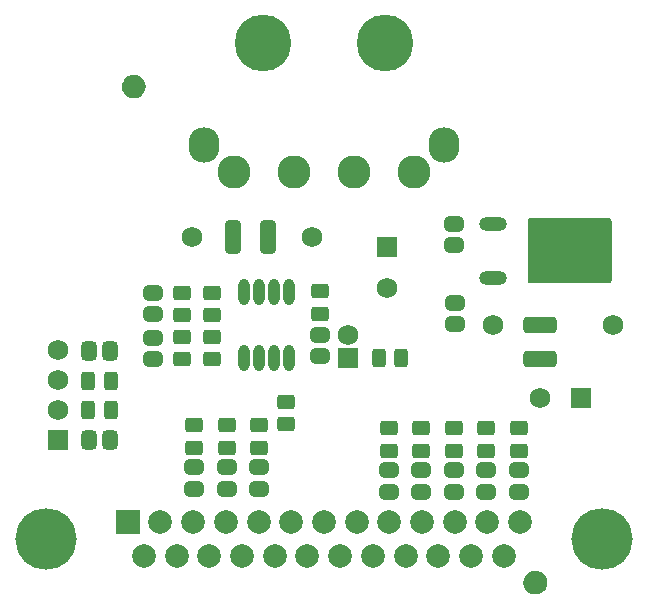
<source format=gts>
G04 Layer_Color=8388736*
%FSLAX24Y24*%
%MOIN*%
G70*
G01*
G75*
G04:AMPARAMS|DCode=37|XSize=65.1mil|YSize=53.3mil|CornerRadius=15.3mil|HoleSize=0mil|Usage=FLASHONLY|Rotation=180.000|XOffset=0mil|YOffset=0mil|HoleType=Round|Shape=RoundedRectangle|*
%AMROUNDEDRECTD37*
21,1,0.0651,0.0226,0,0,180.0*
21,1,0.0344,0.0533,0,0,180.0*
1,1,0.0306,-0.0172,0.0113*
1,1,0.0306,0.0172,0.0113*
1,1,0.0306,0.0172,-0.0113*
1,1,0.0306,-0.0172,-0.0113*
%
%ADD37ROUNDEDRECTD37*%
G04:AMPARAMS|DCode=38|XSize=63.1mil|YSize=49.3mil|CornerRadius=14.3mil|HoleSize=0mil|Usage=FLASHONLY|Rotation=0.000|XOffset=0mil|YOffset=0mil|HoleType=Round|Shape=RoundedRectangle|*
%AMROUNDEDRECTD38*
21,1,0.0631,0.0207,0,0,0.0*
21,1,0.0344,0.0493,0,0,0.0*
1,1,0.0287,0.0172,-0.0103*
1,1,0.0287,-0.0172,-0.0103*
1,1,0.0287,-0.0172,0.0103*
1,1,0.0287,0.0172,0.0103*
%
%ADD38ROUNDEDRECTD38*%
G04:AMPARAMS|DCode=39|XSize=114.3mil|YSize=55.2mil|CornerRadius=15.8mil|HoleSize=0mil|Usage=FLASHONLY|Rotation=270.000|XOffset=0mil|YOffset=0mil|HoleType=Round|Shape=RoundedRectangle|*
%AMROUNDEDRECTD39*
21,1,0.1143,0.0236,0,0,270.0*
21,1,0.0827,0.0552,0,0,270.0*
1,1,0.0316,-0.0118,-0.0413*
1,1,0.0316,-0.0118,0.0413*
1,1,0.0316,0.0118,0.0413*
1,1,0.0316,0.0118,-0.0413*
%
%ADD39ROUNDEDRECTD39*%
G04:AMPARAMS|DCode=40|XSize=65.1mil|YSize=53.3mil|CornerRadius=15.3mil|HoleSize=0mil|Usage=FLASHONLY|Rotation=90.000|XOffset=0mil|YOffset=0mil|HoleType=Round|Shape=RoundedRectangle|*
%AMROUNDEDRECTD40*
21,1,0.0651,0.0226,0,0,90.0*
21,1,0.0344,0.0533,0,0,90.0*
1,1,0.0306,0.0113,0.0172*
1,1,0.0306,0.0113,-0.0172*
1,1,0.0306,-0.0113,-0.0172*
1,1,0.0306,-0.0113,0.0172*
%
%ADD40ROUNDEDRECTD40*%
G04:AMPARAMS|DCode=41|XSize=63.1mil|YSize=49.3mil|CornerRadius=14.3mil|HoleSize=0mil|Usage=FLASHONLY|Rotation=90.000|XOffset=0mil|YOffset=0mil|HoleType=Round|Shape=RoundedRectangle|*
%AMROUNDEDRECTD41*
21,1,0.0631,0.0207,0,0,90.0*
21,1,0.0344,0.0493,0,0,90.0*
1,1,0.0287,0.0103,0.0172*
1,1,0.0287,0.0103,-0.0172*
1,1,0.0287,-0.0103,-0.0172*
1,1,0.0287,-0.0103,0.0172*
%
%ADD41ROUNDEDRECTD41*%
%ADD42O,0.0375X0.0880*%
G04:AMPARAMS|DCode=43|XSize=114.3mil|YSize=55.2mil|CornerRadius=15.8mil|HoleSize=0mil|Usage=FLASHONLY|Rotation=180.000|XOffset=0mil|YOffset=0mil|HoleType=Round|Shape=RoundedRectangle|*
%AMROUNDEDRECTD43*
21,1,0.1143,0.0236,0,0,180.0*
21,1,0.0827,0.0552,0,0,180.0*
1,1,0.0316,-0.0413,0.0118*
1,1,0.0316,0.0413,0.0118*
1,1,0.0316,0.0413,-0.0118*
1,1,0.0316,-0.0413,-0.0118*
%
%ADD43ROUNDEDRECTD43*%
%ADD44O,0.0926X0.0474*%
%ADD45C,0.1104*%
%ADD46C,0.0680*%
%ADD47R,0.0680X0.0680*%
%ADD48R,0.0680X0.0680*%
%ADD49C,0.0789*%
%ADD50R,0.0789X0.0789*%
%ADD51C,0.2049*%
%ADD52O,0.1025X0.1182*%
%ADD53C,0.1891*%
G36*
X92583Y45817D02*
X92679Y45777D01*
X92761Y45714D01*
X92824Y45632D01*
X92864Y45536D01*
X92877Y45433D01*
X92864Y45330D01*
X92824Y45235D01*
X92761Y45152D01*
X92679Y45089D01*
X92583Y45050D01*
X92480Y45036D01*
X92378Y45050D01*
X92282Y45089D01*
X92200Y45152D01*
X92136Y45235D01*
X92097Y45330D01*
X92083Y45433D01*
X92097Y45536D01*
X92136Y45632D01*
X92200Y45714D01*
X92282Y45777D01*
X92378Y45817D01*
X92480Y45830D01*
X92583Y45817D01*
D02*
G37*
G36*
X79197Y62352D02*
X79293Y62312D01*
X79375Y62249D01*
X79438Y62167D01*
X79478Y62071D01*
X79492Y61968D01*
X79478Y61866D01*
X79438Y61770D01*
X79375Y61688D01*
X79293Y61625D01*
X79197Y61585D01*
X79094Y61571D01*
X78992Y61585D01*
X78896Y61625D01*
X78814Y61688D01*
X78751Y61770D01*
X78711Y61866D01*
X78697Y61968D01*
X78711Y62071D01*
X78751Y62167D01*
X78814Y62249D01*
X78896Y62312D01*
X78992Y62352D01*
X79094Y62366D01*
X79197Y62352D01*
D02*
G37*
G36*
X94966Y57574D02*
X95005Y57534D01*
X95020Y57480D01*
Y55512D01*
X95005Y55458D01*
X94966Y55418D01*
X94911Y55404D01*
X92333D01*
X92279Y55418D01*
X92239Y55458D01*
X92224Y55512D01*
Y57480D01*
X92239Y57534D01*
X92279Y57574D01*
X92333Y57589D01*
X94911D01*
X94966Y57574D01*
D02*
G37*
D37*
X79724Y54370D02*
D03*
Y55079D02*
D03*
X82185Y48563D02*
D03*
Y49272D02*
D03*
X83268Y48563D02*
D03*
Y49272D02*
D03*
X85315Y53681D02*
D03*
Y52972D02*
D03*
X87598Y48465D02*
D03*
Y49173D02*
D03*
X88681Y48465D02*
D03*
Y49173D02*
D03*
X90846Y48465D02*
D03*
Y49173D02*
D03*
X91929Y48465D02*
D03*
Y49173D02*
D03*
X79724Y53602D02*
D03*
Y52894D02*
D03*
X81102Y48563D02*
D03*
Y49272D02*
D03*
X89764Y48465D02*
D03*
Y49173D02*
D03*
X89783Y56693D02*
D03*
Y57402D02*
D03*
X89803Y54764D02*
D03*
Y54055D02*
D03*
D38*
X82185Y50669D02*
D03*
Y49921D02*
D03*
X83268Y50669D02*
D03*
Y49921D02*
D03*
X81693Y53622D02*
D03*
Y52874D02*
D03*
Y54350D02*
D03*
Y55098D02*
D03*
X85315Y55138D02*
D03*
Y54390D02*
D03*
X87598Y50571D02*
D03*
Y49823D02*
D03*
X88681Y50571D02*
D03*
Y49823D02*
D03*
X90846Y50571D02*
D03*
Y49823D02*
D03*
X91929Y50571D02*
D03*
Y49823D02*
D03*
X81102Y50669D02*
D03*
Y49921D02*
D03*
X80709Y52874D02*
D03*
Y53622D02*
D03*
Y55098D02*
D03*
Y54350D02*
D03*
X89764Y50571D02*
D03*
Y49823D02*
D03*
X84154Y51457D02*
D03*
Y50709D02*
D03*
D39*
X83553Y56968D02*
D03*
X82411D02*
D03*
D40*
X77598Y50197D02*
D03*
X78307D02*
D03*
X77598Y53150D02*
D03*
X78307D02*
D03*
D41*
X77579Y52165D02*
D03*
X78327D02*
D03*
X88012Y52913D02*
D03*
X87264D02*
D03*
X77579Y51181D02*
D03*
X78327D02*
D03*
D42*
X82752Y55118D02*
D03*
X84252D02*
D03*
X83752D02*
D03*
X82752Y52918D02*
D03*
X83752D02*
D03*
X84252D02*
D03*
X83252Y55118D02*
D03*
Y52918D02*
D03*
D43*
X92618Y52874D02*
D03*
Y54016D02*
D03*
D44*
X91063Y55598D02*
D03*
Y57394D02*
D03*
D45*
X82425Y59134D02*
D03*
X88425D02*
D03*
X84425D02*
D03*
X86425D02*
D03*
D46*
X81033Y56949D02*
D03*
X85033D02*
D03*
X76575Y51197D02*
D03*
Y53197D02*
D03*
Y52197D02*
D03*
X95079Y54035D02*
D03*
X91079D02*
D03*
X92626Y51575D02*
D03*
X87520Y55254D02*
D03*
X86220Y53701D02*
D03*
D47*
X76575Y50197D02*
D03*
X87520Y56624D02*
D03*
X86220Y52913D02*
D03*
D48*
X93996Y51575D02*
D03*
D49*
X81613Y46321D02*
D03*
X80523D02*
D03*
X84883D02*
D03*
X83793D02*
D03*
X88153D02*
D03*
X87063D02*
D03*
X90333D02*
D03*
X82163Y47441D02*
D03*
X81073D02*
D03*
X84343D02*
D03*
X87613D02*
D03*
X86523D02*
D03*
X90883D02*
D03*
X89793D02*
D03*
X79433Y46321D02*
D03*
X82703D02*
D03*
X85973D02*
D03*
X89243D02*
D03*
X91423D02*
D03*
X79983Y47441D02*
D03*
X83253D02*
D03*
X85433D02*
D03*
X88703D02*
D03*
X91973D02*
D03*
D50*
X78893D02*
D03*
D51*
X94693Y46881D02*
D03*
X76173D02*
D03*
D52*
X81425Y60034D02*
D03*
X89425D02*
D03*
D53*
X83400Y63433D02*
D03*
X87455D02*
D03*
M02*

</source>
